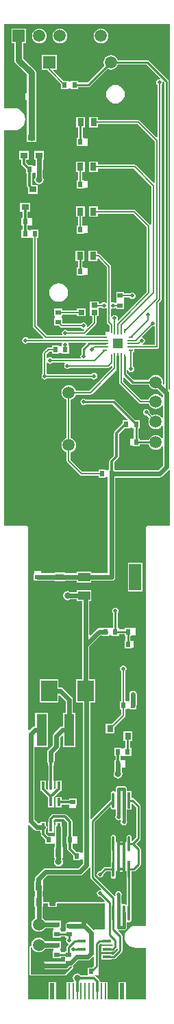
<source format=gtl>
%FSLAX25Y25*%
%MOIN*%
G70*
G01*
G75*
G04 Layer_Physical_Order=1*
G04 Layer_Color=255*
%ADD10R,0.03150X0.03543*%
%ADD11R,0.03150X0.03543*%
%ADD12R,0.03150X0.03937*%
%ADD13C,0.05906*%
%ADD14R,0.05118X0.15748*%
%ADD15R,0.03150X0.02559*%
%ADD16R,0.00787X0.02362*%
%ADD17R,0.00787X0.03150*%
%ADD18R,0.02362X0.00787*%
%ADD19R,0.03150X0.00787*%
%ADD20R,0.05118X0.05118*%
%ADD21R,0.05906X0.03937*%
%ADD22R,0.05906X0.12992*%
%ADD23R,0.01063X0.07874*%
%ADD24R,0.02362X0.07874*%
%ADD25R,0.02165X0.02559*%
%ADD26R,0.01575X0.03937*%
%ADD27R,0.02362X0.02756*%
%ADD28R,0.03937X0.01575*%
%ADD29R,0.01181X0.07874*%
%ADD30O,0.01181X0.07874*%
%ADD31R,0.02559X0.02165*%
%ADD32R,0.03543X0.03150*%
%ADD33R,0.03543X0.03150*%
%ADD34R,0.07874X0.10000*%
%ADD35R,0.02756X0.02362*%
%ADD36R,0.03937X0.03150*%
%ADD37C,0.00787*%
%ADD38C,0.01000*%
%ADD39C,0.01181*%
%ADD40C,0.02362*%
%ADD41C,0.03150*%
%ADD42C,0.01575*%
%ADD43R,0.05906X0.05906*%
%ADD44C,0.01969*%
%ADD45C,0.03150*%
G36*
X56951Y-175238D02*
X56951Y-175238D01*
X56951D01*
X57028Y-175622D01*
X57245Y-175948D01*
X66527Y-185230D01*
X66852Y-185447D01*
X66916Y-185460D01*
X67237Y-185523D01*
X71390D01*
X71715Y-186307D01*
X72283Y-187047D01*
X73023Y-187615D01*
X73885Y-187972D01*
X74810Y-188094D01*
X75735Y-187972D01*
X76597Y-187615D01*
X77337Y-187047D01*
X77720Y-186548D01*
X78194Y-186709D01*
Y-192151D01*
X77720Y-192312D01*
X77337Y-191813D01*
X76597Y-191245D01*
X75735Y-190888D01*
X74810Y-190766D01*
X73885Y-190888D01*
X73102Y-191212D01*
X71732Y-189843D01*
X71763Y-189688D01*
X71641Y-189073D01*
X71293Y-188552D01*
X70772Y-188204D01*
X70157Y-188082D01*
X69543Y-188204D01*
X69022Y-188552D01*
X68674Y-189073D01*
X68552Y-189688D01*
X68674Y-190302D01*
X69022Y-190823D01*
X69543Y-191171D01*
X70157Y-191293D01*
X70313Y-191262D01*
X71682Y-192632D01*
X71358Y-193415D01*
X71236Y-194340D01*
X71358Y-195265D01*
X71715Y-196127D01*
X72283Y-196867D01*
X73023Y-197435D01*
X73885Y-197792D01*
X74810Y-197914D01*
X75735Y-197792D01*
X76597Y-197435D01*
X77337Y-196867D01*
X77720Y-196368D01*
X78194Y-196529D01*
Y-202131D01*
X77720Y-202291D01*
X77337Y-201792D01*
X76597Y-201224D01*
X75735Y-200867D01*
X74810Y-200745D01*
X73885Y-200867D01*
X73023Y-201224D01*
X72283Y-201792D01*
X71715Y-202532D01*
X71447Y-203178D01*
X66874D01*
Y-202420D01*
X66312D01*
Y-197548D01*
X66924D01*
Y-193612D01*
X64756D01*
X55044Y-183899D01*
X54683Y-183658D01*
X54257Y-183573D01*
X54257Y-183573D01*
X40797D01*
X40781Y-183550D01*
X40260Y-183202D01*
X39646Y-183079D01*
X39031Y-183202D01*
X38510Y-183550D01*
X38162Y-184071D01*
X38040Y-184685D01*
X38162Y-185300D01*
X38510Y-185820D01*
X39031Y-186169D01*
X39646Y-186291D01*
X40260Y-186169D01*
X40781Y-185820D01*
X40797Y-185797D01*
X53797D01*
X61149Y-193150D01*
X60958Y-193612D01*
X58656D01*
Y-195192D01*
X54778Y-199070D01*
X54517Y-199460D01*
X54426Y-199921D01*
X54426Y-199921D01*
Y-210800D01*
X52501Y-212725D01*
X52240Y-213116D01*
X52148Y-213577D01*
X52148Y-213577D01*
Y-217652D01*
X51581D01*
Y-217870D01*
X50400D01*
Y-217652D01*
X46856D01*
Y-218617D01*
X39091D01*
X33455Y-212981D01*
Y-209085D01*
X34239Y-208760D01*
X34979Y-208192D01*
X35547Y-207452D01*
X35904Y-206590D01*
X36026Y-205665D01*
X35904Y-204740D01*
X35547Y-203878D01*
X34979Y-203138D01*
X34239Y-202570D01*
X33455Y-202246D01*
Y-183494D01*
X34239Y-183170D01*
X34979Y-182602D01*
X35547Y-181862D01*
X35871Y-181078D01*
X43110D01*
X43494Y-181002D01*
X43820Y-180784D01*
X55515Y-169089D01*
X55732Y-168764D01*
X55809Y-168380D01*
D01*
D01*
D01*
D01*
D01*
X55809D01*
D01*
D01*
D01*
D01*
Y-168380D01*
X55809D01*
D01*
Y-168380D01*
D01*
D01*
D01*
D01*
D01*
D01*
D01*
D01*
D01*
D01*
D01*
D01*
Y-168380D01*
D01*
X55809D01*
D01*
D01*
D01*
D01*
X55809Y-168380D01*
Y-162305D01*
X56951D01*
Y-175238D01*
D02*
G37*
G36*
X81674Y-178788D02*
X81642Y-178809D01*
X81528Y-178856D01*
X81112Y-178578D01*
Y-28819D01*
X81112Y-28819D01*
X81027Y-28393D01*
X80786Y-28033D01*
X80786Y-28033D01*
X71507Y-18754D01*
X71147Y-18513D01*
X70721Y-18428D01*
X70721Y-18428D01*
X56325D01*
X56045Y-17753D01*
X55477Y-17013D01*
X54737Y-16445D01*
X53875Y-16088D01*
X52950Y-15966D01*
X52025Y-16088D01*
X51163Y-16445D01*
X50423Y-17013D01*
X49855Y-17753D01*
X49498Y-18615D01*
X49376Y-19540D01*
X49498Y-20465D01*
X49777Y-21140D01*
X41529Y-29388D01*
X36924D01*
Y-28532D01*
X33380D01*
Y-28750D01*
X32199D01*
Y-28532D01*
X29879D01*
X24892Y-23545D01*
X25084Y-23083D01*
X26493D01*
Y-15997D01*
X19407D01*
Y-23083D01*
X21959D01*
X22023Y-23406D01*
X22240Y-23732D01*
X28656Y-30148D01*
Y-32469D01*
X32199D01*
Y-32250D01*
X33380D01*
Y-32469D01*
X36924D01*
Y-31612D01*
X41990D01*
X41990Y-31612D01*
X42415Y-31527D01*
X42776Y-31286D01*
X51350Y-22713D01*
X52025Y-22992D01*
X52950Y-23114D01*
X53875Y-22992D01*
X54737Y-22635D01*
X55477Y-22067D01*
X56045Y-21327D01*
X56325Y-20652D01*
X70261D01*
X76923Y-27314D01*
X76687Y-27755D01*
X76535Y-27725D01*
X75921Y-27847D01*
X75400Y-28195D01*
X75052Y-28716D01*
X74930Y-29331D01*
X75052Y-29945D01*
X75400Y-30466D01*
X75532Y-30554D01*
Y-55861D01*
X75070Y-56052D01*
X67008Y-47990D01*
X66682Y-47773D01*
X66298Y-47696D01*
X46650D01*
Y-46141D01*
X42320D01*
Y-51259D01*
X46650D01*
Y-49703D01*
X65882D01*
X74154Y-57975D01*
Y-77948D01*
X73692Y-78139D01*
X65198Y-69645D01*
X64872Y-69427D01*
X64488Y-69351D01*
X46515D01*
Y-67819D01*
X42184D01*
Y-72937D01*
X46515D01*
Y-71358D01*
X64073D01*
X72579Y-79865D01*
Y-98188D01*
X72440Y-98281D01*
X72117Y-98414D01*
X65136Y-91434D01*
X64811Y-91216D01*
X64427Y-91140D01*
X46510D01*
Y-89584D01*
X42179D01*
Y-94702D01*
X46510D01*
Y-93147D01*
X64011D01*
X70453Y-99589D01*
Y-131258D01*
X56502Y-145209D01*
X56115Y-144892D01*
X56289Y-144632D01*
X56411Y-144018D01*
X56289Y-143403D01*
X55941Y-142882D01*
X55420Y-142534D01*
X54805Y-142412D01*
X54191Y-142534D01*
X53670Y-142882D01*
X53451Y-143211D01*
X52972Y-143066D01*
Y-139446D01*
X53366Y-139236D01*
X53980Y-139358D01*
X54595Y-139236D01*
X55060Y-138924D01*
X55502Y-139160D01*
Y-139524D01*
X59439D01*
Y-135980D01*
X59220D01*
Y-134800D01*
X59439D01*
Y-134035D01*
X62123D01*
X62211Y-134167D01*
X62732Y-134515D01*
X63346Y-134637D01*
X63961Y-134515D01*
X64482Y-134167D01*
X64830Y-133646D01*
X64952Y-133031D01*
X64830Y-132417D01*
X64482Y-131896D01*
X63961Y-131548D01*
X63346Y-131426D01*
X62732Y-131548D01*
X62211Y-131896D01*
X62123Y-132028D01*
X59439D01*
Y-131256D01*
X55502D01*
Y-134800D01*
X55720D01*
Y-135980D01*
X55502D01*
Y-136344D01*
X55060Y-136580D01*
X54595Y-136269D01*
X53980Y-136147D01*
X53366Y-136269D01*
X52972Y-136058D01*
Y-118740D01*
X52896Y-118356D01*
X52896D01*
D01*
D01*
X52896Y-118356D01*
D01*
D01*
D01*
D01*
X52896Y-118356D01*
D01*
D01*
Y-118356D01*
D01*
X52896D01*
D01*
D01*
X52896D01*
D01*
D01*
X52678Y-118031D01*
X47640Y-112992D01*
X47314Y-112775D01*
X46930Y-112698D01*
X46415D01*
Y-111143D01*
X42085D01*
Y-116261D01*
X46415D01*
Y-115260D01*
X46877Y-115068D01*
X50965Y-119156D01*
Y-136312D01*
X50524Y-136548D01*
X50106Y-136269D01*
X49492Y-136147D01*
X48877Y-136269D01*
X48357Y-136617D01*
X48268Y-136749D01*
X47025D01*
Y-135863D01*
X42694D01*
Y-139604D01*
Y-142950D01*
X43856D01*
Y-145827D01*
X41565Y-148118D01*
X41124Y-147883D01*
X41173Y-147638D01*
X41050Y-147023D01*
X40702Y-146502D01*
X40181Y-146154D01*
X39567Y-146032D01*
X38952Y-146154D01*
X38432Y-146502D01*
X38344Y-146634D01*
X29561D01*
X29289Y-146361D01*
Y-144041D01*
X29070D01*
Y-142859D01*
X29289D01*
Y-142091D01*
X36395D01*
Y-142950D01*
X40725D01*
Y-139210D01*
X36395D01*
Y-140084D01*
X29289D01*
Y-139316D01*
X25352D01*
Y-142859D01*
X25570D01*
Y-144041D01*
X25352D01*
Y-147584D01*
X27672D01*
X28436Y-148347D01*
X28762Y-148565D01*
X29146Y-148641D01*
X38344D01*
X38432Y-148773D01*
X38952Y-149121D01*
X39567Y-149243D01*
X39812Y-149195D01*
X40047Y-149636D01*
X39427Y-150256D01*
X31932D01*
X31844Y-150124D01*
X31323Y-149776D01*
X30709Y-149654D01*
X30094Y-149776D01*
X29573Y-150124D01*
X29225Y-150645D01*
X29103Y-151260D01*
X29222Y-151860D01*
X28905Y-152247D01*
X21816D01*
X16898Y-147329D01*
Y-104969D01*
X17666D01*
Y-101031D01*
X14123D01*
Y-101250D01*
X12942D01*
Y-101031D01*
X12374D01*
Y-99019D01*
X12942D01*
Y-98800D01*
X14732D01*
Y-95300D01*
X12942D01*
Y-95082D01*
X12374D01*
Y-92077D01*
X13532D01*
Y-87746D01*
X8808D01*
Y-92077D01*
X9966D01*
Y-95082D01*
X9398D01*
Y-99019D01*
X9966D01*
Y-101031D01*
X9398D01*
Y-104969D01*
X12942D01*
Y-104750D01*
X14123D01*
Y-104969D01*
X14891D01*
Y-147745D01*
X14891Y-147745D01*
X14891D01*
X14967Y-148129D01*
X15185Y-148454D01*
X20107Y-153377D01*
X19916Y-153839D01*
X12641D01*
X12553Y-153707D01*
X12032Y-153359D01*
X11417Y-153237D01*
X10803Y-153359D01*
X10282Y-153707D01*
X9934Y-154228D01*
X9812Y-154842D01*
X9934Y-155457D01*
X10282Y-155978D01*
X10803Y-156326D01*
X11417Y-156448D01*
X12032Y-156326D01*
X12553Y-155978D01*
X12641Y-155846D01*
X29017D01*
X29225Y-156236D01*
X29103Y-156850D01*
X29150Y-157088D01*
X28951Y-157332D01*
X28951D01*
Y-157425D01*
X28848Y-157550D01*
X27770D01*
Y-157332D01*
X24226D01*
Y-158297D01*
X22511D01*
X22127Y-158373D01*
X21801Y-158590D01*
X20078Y-160314D01*
X19860Y-160640D01*
X19784Y-161024D01*
X19784Y-161024D01*
X19784D01*
X19784Y-161024D01*
X19784D01*
Y-170981D01*
X19652Y-171069D01*
X19304Y-171590D01*
X19182Y-172204D01*
X19304Y-172819D01*
X19652Y-173340D01*
X20173Y-173688D01*
X20787Y-173810D01*
X21402Y-173688D01*
X21923Y-173340D01*
X22011Y-173208D01*
X43461D01*
X43550Y-173340D01*
X44071Y-173688D01*
X44685Y-173810D01*
X45300Y-173688D01*
X45820Y-173340D01*
X46169Y-172819D01*
X46291Y-172205D01*
X46169Y-171590D01*
X45820Y-171069D01*
X45300Y-170721D01*
X44685Y-170599D01*
X44071Y-170721D01*
X43550Y-171069D01*
X43462Y-171201D01*
X22011D01*
X21923Y-171069D01*
X21791Y-170981D01*
Y-165965D01*
X22232Y-165729D01*
X22653Y-166011D01*
X23268Y-166133D01*
X23882Y-166011D01*
X24403Y-165663D01*
X24491Y-165531D01*
X30369D01*
X30676Y-165991D01*
X30328Y-166511D01*
X30205Y-167126D01*
X30328Y-167740D01*
X30676Y-168261D01*
X31197Y-168609D01*
X31811Y-168732D01*
X32425Y-168609D01*
X32946Y-168261D01*
X33035Y-168130D01*
X51811D01*
X52195Y-168053D01*
X52521Y-167836D01*
X53340Y-167016D01*
X53802Y-167208D01*
Y-167964D01*
X42695Y-179071D01*
X35871D01*
X35547Y-178288D01*
X34979Y-177548D01*
X34239Y-176980D01*
X33377Y-176623D01*
X32452Y-176501D01*
X31527Y-176623D01*
X30665Y-176980D01*
X29925Y-177548D01*
X29357Y-178288D01*
X29000Y-179150D01*
X28878Y-180075D01*
X29000Y-181000D01*
X29357Y-181862D01*
X29925Y-182602D01*
X30665Y-183170D01*
X31448Y-183494D01*
Y-202246D01*
X30665Y-202570D01*
X29925Y-203138D01*
X29357Y-203878D01*
X29000Y-204740D01*
X28878Y-205665D01*
X29000Y-206590D01*
X29357Y-207452D01*
X29925Y-208192D01*
X30665Y-208760D01*
X31448Y-209085D01*
Y-213397D01*
X31448Y-213397D01*
X31448D01*
X31525Y-213781D01*
X31742Y-214106D01*
X37966Y-220330D01*
X38291Y-220547D01*
X38355Y-220560D01*
X38675Y-220623D01*
X46856D01*
Y-221588D01*
X50400D01*
Y-221370D01*
X51429D01*
Y-268044D01*
X43462D01*
Y-267291D01*
X36375D01*
Y-268044D01*
X30709D01*
Y-267681D01*
X25591D01*
Y-268044D01*
X18980D01*
Y-266972D01*
X15680D01*
Y-268167D01*
X15460D01*
Y-271514D01*
X16641D01*
X16648Y-271519D01*
X17340Y-271656D01*
X25591D01*
Y-272012D01*
X30709D01*
Y-271656D01*
X36375D01*
Y-272409D01*
X43462D01*
Y-271656D01*
X53236D01*
X53927Y-271519D01*
X54513Y-271127D01*
X54905Y-270541D01*
X55042Y-269850D01*
Y-221588D01*
X55124D01*
Y-221426D01*
X76719D01*
X77410Y-221289D01*
X77996Y-220897D01*
X81212Y-217681D01*
X81642Y-217860D01*
X81674Y-217881D01*
Y-245060D01*
X70866D01*
X70482Y-245136D01*
X70157Y-245354D01*
X69939Y-245679D01*
X69863Y-246063D01*
Y-439548D01*
X64961D01*
Y-439521D01*
X63573Y-439704D01*
X62280Y-440239D01*
X61170Y-441091D01*
X60318Y-442202D01*
X59782Y-443495D01*
X59600Y-444882D01*
X59782Y-446270D01*
X60318Y-447563D01*
X61170Y-448673D01*
X62280Y-449525D01*
X63573Y-450060D01*
X64961Y-450243D01*
Y-450216D01*
X69863D01*
Y-475375D01*
X60210D01*
Y-466812D01*
X56666D01*
Y-475375D01*
X51410D01*
Y-466812D01*
X48673D01*
X47556Y-466589D01*
X47464Y-466128D01*
X47203Y-465737D01*
X47203Y-465737D01*
X45496Y-464030D01*
X45105Y-463769D01*
D01*
X45105D01*
Y-463769D01*
D01*
Y-463769D01*
X45110Y-463698D01*
D01*
X45110Y-463480D01*
X46900D01*
Y-459980D01*
X46900Y-459980D01*
X46900D01*
X46792Y-459778D01*
X46797Y-459772D01*
X46893Y-459627D01*
X46978Y-459202D01*
Y-448807D01*
X47633Y-448152D01*
X48363D01*
Y-448418D01*
X53481D01*
Y-448418D01*
X53613D01*
X53967Y-448771D01*
Y-449049D01*
X53613Y-449402D01*
X53481D01*
Y-449402D01*
X48363D01*
Y-452158D01*
X53481D01*
Y-451892D01*
X54023D01*
X54023Y-451892D01*
X54449Y-451807D01*
X54809Y-451566D01*
X55865Y-450511D01*
X56154Y-450704D01*
X56203Y-451201D01*
X53996Y-453408D01*
X53481D01*
Y-453142D01*
X48363D01*
Y-455898D01*
X53481D01*
Y-455632D01*
X54456D01*
X54456Y-455632D01*
X54882Y-455547D01*
X55243Y-455306D01*
X58227Y-452322D01*
X58227Y-452322D01*
X58468Y-451961D01*
X58553Y-451535D01*
X58553Y-451535D01*
Y-444488D01*
X58553Y-444488D01*
X58468Y-444063D01*
X58227Y-443702D01*
X56600Y-442075D01*
X56695Y-441602D01*
X59254D01*
X59791Y-441495D01*
X60247Y-441190D01*
X60552Y-440734D01*
X60659Y-440197D01*
D01*
D01*
D01*
D01*
D01*
X60659D01*
D01*
D01*
D01*
D01*
Y-440197D01*
X60659D01*
D01*
Y-440197D01*
D01*
D01*
D01*
D01*
D01*
D01*
D01*
D01*
D01*
D01*
D01*
D01*
Y-440197D01*
D01*
X60659D01*
D01*
D01*
D01*
D01*
X60659Y-440197D01*
Y-437742D01*
X61100Y-437506D01*
X61352Y-437675D01*
X61813Y-437766D01*
X62274Y-437675D01*
X62664Y-437414D01*
X62925Y-437023D01*
X63017Y-436562D01*
Y-429869D01*
X62925Y-429408D01*
X62925Y-429407D01*
Y-416483D01*
X62994D01*
Y-413068D01*
X63832D01*
X63832Y-413068D01*
X64257Y-412983D01*
X64618Y-412742D01*
X67164Y-410196D01*
X67405Y-409835D01*
X67490Y-409410D01*
D01*
D01*
D01*
D01*
D01*
X67490D01*
D01*
D01*
D01*
D01*
Y-409410D01*
X67490D01*
D01*
Y-409410D01*
D01*
D01*
D01*
D01*
D01*
D01*
D01*
D01*
D01*
D01*
D01*
D01*
Y-409409D01*
D01*
X67490D01*
D01*
D01*
D01*
D01*
X67490Y-409409D01*
Y-402402D01*
X67490Y-402402D01*
X67405Y-401976D01*
X67164Y-401615D01*
X65224Y-399676D01*
X67125Y-397775D01*
X67366Y-397415D01*
X67450Y-396989D01*
Y-381299D01*
X67450Y-381299D01*
X67366Y-380874D01*
X67125Y-380513D01*
X64241Y-377630D01*
X63881Y-377389D01*
X63455Y-377304D01*
X63455Y-377304D01*
X62994D01*
Y-373888D01*
X60659D01*
Y-372876D01*
X60552Y-372338D01*
X60247Y-371882D01*
X59791Y-371578D01*
X59254Y-371471D01*
X56695D01*
X56157Y-371578D01*
X55701Y-371882D01*
X55397Y-372338D01*
X55290Y-372876D01*
Y-373890D01*
X54849Y-374125D01*
X54596Y-373957D01*
X54136Y-373865D01*
X53675Y-373957D01*
X53284Y-374218D01*
X53023Y-374608D01*
X52931Y-375069D01*
Y-378048D01*
X43321Y-387658D01*
X42859Y-387467D01*
Y-330861D01*
X45188D01*
Y-319679D01*
X42466D01*
Y-303710D01*
X47910Y-298266D01*
X48586D01*
Y-298429D01*
X52129D01*
Y-298210D01*
X53311D01*
Y-298429D01*
X56854D01*
Y-297580D01*
X59496D01*
Y-298429D01*
X60148D01*
Y-300810D01*
X59587D01*
Y-304550D01*
X62933D01*
Y-304330D01*
X64128D01*
Y-301030D01*
X62933D01*
Y-300810D01*
X62372D01*
Y-298429D01*
X63039D01*
Y-298210D01*
X64830D01*
Y-294710D01*
X63039D01*
Y-294492D01*
X59496D01*
Y-295356D01*
X56854D01*
Y-294492D01*
X56194D01*
Y-287527D01*
X56214Y-287513D01*
X56562Y-286992D01*
X56684Y-286378D01*
X56562Y-285764D01*
X56214Y-285243D01*
X55693Y-284894D01*
X55079Y-284772D01*
X54464Y-284894D01*
X53943Y-285243D01*
X53595Y-285764D01*
X53473Y-286378D01*
X53595Y-286992D01*
X53943Y-287513D01*
X53970Y-287531D01*
Y-294492D01*
X53311D01*
Y-294710D01*
X52129D01*
Y-294492D01*
X48586D01*
Y-294654D01*
X47162D01*
X46471Y-294791D01*
X45885Y-295183D01*
X42928Y-298139D01*
X42466Y-297948D01*
Y-281464D01*
X43462D01*
Y-276346D01*
X36375D01*
Y-277099D01*
X33076D01*
X32727Y-276865D01*
X31882Y-276697D01*
X31037Y-276865D01*
X30321Y-277344D01*
X29843Y-278060D01*
X29675Y-278905D01*
X29843Y-279750D01*
X30321Y-280466D01*
X31037Y-280945D01*
X31882Y-281113D01*
X32727Y-280945D01*
X33076Y-280712D01*
X36375D01*
Y-281464D01*
X38854D01*
Y-302962D01*
Y-319679D01*
X36132D01*
Y-330861D01*
X39246D01*
Y-403750D01*
X38100D01*
Y-403532D01*
X36062D01*
X34212Y-401681D01*
Y-399698D01*
X34780D01*
Y-399480D01*
X36570D01*
Y-395980D01*
X34780D01*
Y-395761D01*
X34212D01*
Y-388795D01*
X34212Y-388795D01*
X34120Y-388334D01*
X33859Y-387944D01*
X33859Y-387944D01*
X31442Y-385526D01*
X31051Y-385265D01*
X30591Y-385174D01*
X30591Y-385174D01*
X25001D01*
X24540Y-385265D01*
X24384Y-385370D01*
X24149Y-385526D01*
X24149Y-385526D01*
X22929Y-386747D01*
X22667Y-387138D01*
X22576Y-387599D01*
X22576Y-387599D01*
Y-388983D01*
X22402D01*
Y-394101D01*
X25158D01*
Y-388983D01*
X24984D01*
Y-388098D01*
X25500Y-387582D01*
X30092D01*
X31804Y-389294D01*
Y-395761D01*
X31236D01*
Y-399698D01*
X31804D01*
Y-402180D01*
X31804Y-402180D01*
X31895Y-402641D01*
X32156Y-403031D01*
X34556Y-405431D01*
Y-407469D01*
X38100D01*
Y-407250D01*
X39246D01*
Y-409302D01*
X37126Y-411422D01*
X21181D01*
X20490Y-411559D01*
X19904Y-411951D01*
X16506Y-415349D01*
X16115Y-415935D01*
X15977Y-416626D01*
Y-417571D01*
X15618D01*
Y-422689D01*
X16057D01*
Y-425181D01*
X15698D01*
Y-430299D01*
X16084D01*
Y-435700D01*
X15363Y-436253D01*
X14795Y-436993D01*
X14438Y-437855D01*
X14316Y-438780D01*
X14438Y-439705D01*
X14795Y-440567D01*
X15363Y-441307D01*
X16103Y-441875D01*
X16965Y-442232D01*
X17890Y-442354D01*
X18815Y-442232D01*
X19677Y-441875D01*
X20417Y-441307D01*
X20970Y-440586D01*
X24850D01*
Y-441733D01*
X24632D01*
Y-445276D01*
X28569D01*
Y-444616D01*
X30780D01*
Y-445144D01*
X31209D01*
X31445Y-445584D01*
X31194Y-445960D01*
X31071Y-446575D01*
X31194Y-447189D01*
X31542Y-447710D01*
X32063Y-448058D01*
X32067Y-448059D01*
X32213Y-448538D01*
X31646Y-449104D01*
X31405Y-449465D01*
X31321Y-449890D01*
X31321Y-449890D01*
Y-451847D01*
X30580D01*
Y-452390D01*
X28569D01*
Y-451731D01*
X28350D01*
Y-450549D01*
X28569D01*
Y-447006D01*
X26761D01*
X26598Y-446974D01*
X20970D01*
X20417Y-446253D01*
X19677Y-445685D01*
X18815Y-445328D01*
X17890Y-445206D01*
X16965Y-445328D01*
X16103Y-445685D01*
X15363Y-446253D01*
X14795Y-446993D01*
X14438Y-447855D01*
X14316Y-448780D01*
X14362Y-449129D01*
X14342Y-449148D01*
X13852Y-449245D01*
X13697Y-449349D01*
X13524Y-449420D01*
X13499Y-449481D01*
X13445Y-449517D01*
X13408Y-449700D01*
X13337Y-449872D01*
Y-463071D01*
X13524Y-463523D01*
X13976Y-463710D01*
X30630D01*
X31082Y-463523D01*
X34543Y-460062D01*
X34603Y-459916D01*
X34703Y-459795D01*
X34693Y-459699D01*
X34730Y-459610D01*
X34670Y-459465D01*
X34655Y-459308D01*
X34430Y-458887D01*
X34658Y-458734D01*
X37066Y-456326D01*
X41582D01*
X42274Y-456189D01*
X42860Y-455797D01*
X44292Y-454365D01*
X44754Y-454556D01*
Y-458741D01*
X43734Y-459761D01*
X41566D01*
Y-463678D01*
X38360D01*
X38122Y-463321D01*
X37406Y-462842D01*
X36561Y-462674D01*
X35716Y-462842D01*
X35000Y-463321D01*
X34521Y-464037D01*
X34353Y-464882D01*
X34521Y-465727D01*
X34952Y-466371D01*
X34716Y-466812D01*
X31450D01*
Y-475375D01*
X26194D01*
Y-466812D01*
X22650D01*
Y-475375D01*
X12815D01*
Y-390721D01*
X13276Y-390530D01*
X15566Y-392820D01*
X16152Y-393211D01*
X16844Y-393349D01*
X18662D01*
Y-394101D01*
X18836D01*
Y-394992D01*
X18836Y-394992D01*
X18927Y-395453D01*
X19188Y-395844D01*
X20996Y-397651D01*
Y-399689D01*
X24539D01*
Y-399470D01*
X25674D01*
Y-401371D01*
X25311D01*
Y-406489D01*
X25674D01*
Y-407192D01*
X25441Y-407541D01*
X25273Y-408386D01*
X25441Y-409231D01*
X25919Y-409947D01*
X26635Y-410426D01*
X27480Y-410594D01*
X28325Y-410426D01*
X29041Y-409947D01*
X29520Y-409231D01*
X29688Y-408386D01*
X29520Y-407541D01*
X29287Y-407192D01*
Y-406489D01*
X29642D01*
Y-401371D01*
X29287D01*
Y-391582D01*
X29149Y-390891D01*
X28898Y-390515D01*
Y-388983D01*
X26142D01*
Y-390396D01*
X25811Y-390891D01*
X25674Y-391582D01*
Y-395970D01*
X24539D01*
Y-395752D01*
X22502D01*
X21244Y-394493D01*
Y-394101D01*
X21418D01*
Y-392669D01*
X21709Y-392234D01*
X21846Y-391542D01*
X21709Y-390851D01*
X21418Y-390416D01*
Y-388983D01*
X18662D01*
Y-389736D01*
X17592D01*
X15783Y-387927D01*
Y-352688D01*
X16109D01*
Y-352688D01*
X22408D01*
Y-335758D01*
X16109D01*
Y-342417D01*
X15946D01*
X15255Y-342554D01*
X14669Y-342946D01*
X13276Y-344338D01*
X12815Y-344147D01*
Y-246063D01*
X12738Y-245679D01*
X12521Y-245354D01*
X12195Y-245136D01*
X11811Y-245060D01*
X1003D01*
Y-52578D01*
X5906D01*
Y-52605D01*
X7293Y-52422D01*
X8586Y-51887D01*
X9696Y-51035D01*
X10548Y-49924D01*
X11084Y-48632D01*
X11266Y-47244D01*
X11084Y-45857D01*
X10548Y-44564D01*
X9696Y-43453D01*
X8586Y-42601D01*
X7293Y-42066D01*
X5906Y-41883D01*
Y-41910D01*
X1003D01*
Y-1003D01*
X81674D01*
Y-178788D01*
D02*
G37*
G36*
X40860Y-156308D02*
X38859Y-158308D01*
X38618Y-158669D01*
X38534Y-159095D01*
X38534Y-159095D01*
Y-161408D01*
X38510Y-161424D01*
X38162Y-161945D01*
X38040Y-162559D01*
X38155Y-163137D01*
X37838Y-163524D01*
X24491D01*
X24403Y-163392D01*
X23882Y-163044D01*
X23268Y-162922D01*
X22653Y-163044D01*
X22232Y-163326D01*
X21791Y-163090D01*
Y-161439D01*
X22927Y-160303D01*
X24226D01*
Y-161268D01*
X27770D01*
Y-161050D01*
X28951D01*
Y-161268D01*
X32494D01*
Y-157332D01*
X32494D01*
X32272Y-157061D01*
X32314Y-156850D01*
X32192Y-156236D01*
X32400Y-155846D01*
X40668D01*
X40860Y-156308D01*
D02*
G37*
G36*
X48357Y-138888D02*
X48877Y-139236D01*
X49492Y-139358D01*
X50106Y-139236D01*
X50524Y-138957D01*
X50965Y-139192D01*
Y-146024D01*
X51041Y-146408D01*
X51259Y-146733D01*
X52227Y-147701D01*
Y-150101D01*
X52228Y-150108D01*
X51911Y-150495D01*
X50475D01*
Y-151931D01*
X50088Y-152248D01*
X50081Y-152247D01*
X40928D01*
X40737Y-151785D01*
X45569Y-146953D01*
X45786Y-146627D01*
X45863Y-146243D01*
D01*
D01*
D01*
D01*
D01*
X45863D01*
D01*
D01*
D01*
D01*
Y-146243D01*
X45863D01*
D01*
Y-146243D01*
D01*
D01*
D01*
D01*
D01*
D01*
D01*
D01*
D01*
D01*
D01*
D01*
Y-146243D01*
D01*
X45863D01*
D01*
D01*
D01*
D01*
X45863Y-146243D01*
Y-142950D01*
X47025D01*
Y-139604D01*
Y-138756D01*
X48268D01*
X48357Y-138888D01*
D02*
G37*
G36*
X74412Y-148064D02*
Y-156971D01*
X68230D01*
X68181Y-156474D01*
X68528Y-156405D01*
X69049Y-156057D01*
X69397Y-155536D01*
X69519Y-154921D01*
X69397Y-154307D01*
X69049Y-153786D01*
X68528Y-153438D01*
X67913Y-153316D01*
X67856Y-153209D01*
X73033Y-148031D01*
X73189Y-148062D01*
X73803Y-147940D01*
X73971Y-147828D01*
X74412Y-148064D01*
D02*
G37*
G36*
X62718Y-175926D02*
X63079Y-176167D01*
X63504Y-176252D01*
X63504Y-176252D01*
X71435D01*
X71715Y-176927D01*
X72283Y-177667D01*
X73023Y-178235D01*
X73885Y-178592D01*
X74810Y-178714D01*
X75711Y-178595D01*
X78194Y-181078D01*
Y-182331D01*
X77720Y-182492D01*
X77337Y-181993D01*
X76597Y-181425D01*
X75735Y-181068D01*
X74810Y-180946D01*
X73885Y-181068D01*
X73023Y-181425D01*
X72283Y-181993D01*
X71715Y-182733D01*
X71390Y-183517D01*
X67652D01*
X58958Y-174823D01*
Y-172820D01*
X59420Y-172628D01*
X62718Y-175926D01*
D02*
G37*
G36*
X50000Y-428543D02*
Y-441102D01*
X45039D01*
X44961Y-441024D01*
Y-441398D01*
X44499Y-441590D01*
X41165Y-438256D01*
X40579Y-437864D01*
X39888Y-437727D01*
X32650D01*
X31959Y-437864D01*
X31373Y-438256D01*
X30981Y-438842D01*
X30844Y-439533D01*
X30981Y-440225D01*
X31104Y-440408D01*
X31000Y-440602D01*
X31000D01*
X31000Y-440602D01*
Y-441797D01*
X30780D01*
Y-442392D01*
X28569D01*
Y-441733D01*
X28350D01*
Y-440552D01*
X28569D01*
Y-437008D01*
X26774D01*
X26600Y-436974D01*
X20970D01*
X20417Y-436253D01*
X19696Y-435700D01*
Y-430299D01*
X20029D01*
Y-428504D01*
X22391D01*
Y-430299D01*
X26722D01*
Y-428504D01*
X50000D01*
Y-428543D01*
D02*
G37*
G36*
X14795Y-450567D02*
X15363Y-451307D01*
X16103Y-451875D01*
X16965Y-452232D01*
X17890Y-452354D01*
X18815Y-452232D01*
X19677Y-451875D01*
X20417Y-451307D01*
X20970Y-450586D01*
X24850D01*
Y-451731D01*
X24632D01*
Y-455274D01*
X28569D01*
Y-454614D01*
X30580D01*
Y-455193D01*
X30800D01*
Y-456388D01*
X30800Y-456388D01*
X30800D01*
X30848Y-456504D01*
X30378Y-456974D01*
X17890D01*
X17199Y-457111D01*
X16613Y-457503D01*
X16221Y-458089D01*
X16084Y-458780D01*
X16221Y-459471D01*
X16613Y-460057D01*
X17199Y-460449D01*
X17890Y-460586D01*
X31127D01*
X31818Y-460449D01*
X32404Y-460057D01*
X33198Y-459263D01*
X33381D01*
X33856Y-459169D01*
X34091Y-459610D01*
X30630Y-463071D01*
X13976D01*
Y-449872D01*
X14467Y-449775D01*
X14795Y-450567D01*
D02*
G37*
G36*
X42876Y-411371D02*
Y-415838D01*
X42876Y-415838D01*
X42961Y-416264D01*
X43202Y-416625D01*
X48212Y-421635D01*
X47976Y-422076D01*
X47677Y-422016D01*
X47063Y-422139D01*
X46542Y-422487D01*
X46194Y-423008D01*
X46071Y-423622D01*
X46194Y-424236D01*
X46542Y-424757D01*
X47063Y-425105D01*
X47677Y-425228D01*
X47705Y-425222D01*
X49885Y-427403D01*
X49694Y-427865D01*
X26722D01*
X26270Y-428052D01*
X26083Y-428504D01*
Y-429660D01*
X23030D01*
Y-428504D01*
X22843Y-428052D01*
X22391Y-427865D01*
X20029D01*
Y-425181D01*
X19670D01*
Y-422689D01*
X19949D01*
Y-417571D01*
X19949D01*
X19949Y-417015D01*
X21929Y-415035D01*
X37874D01*
X38565Y-414897D01*
X39151Y-414506D01*
X42329Y-411328D01*
X42398Y-411225D01*
X42876Y-411371D01*
D02*
G37*
G36*
X63381Y-197548D02*
X64088D01*
Y-202420D01*
X63527D01*
Y-202640D01*
X62332D01*
Y-205940D01*
X63527D01*
Y-206160D01*
X66874D01*
Y-205402D01*
X71423D01*
X71715Y-206106D01*
X72283Y-206846D01*
X73023Y-207414D01*
X73885Y-207771D01*
X74810Y-207893D01*
X75735Y-207771D01*
X76597Y-207414D01*
X77337Y-206846D01*
X77720Y-206347D01*
X78194Y-206508D01*
Y-215590D01*
X75970Y-217814D01*
X55124D01*
Y-217652D01*
X54556D01*
Y-214076D01*
X56481Y-212151D01*
X56481Y-212151D01*
X56743Y-211760D01*
X56834Y-211299D01*
Y-200420D01*
X59706Y-197548D01*
X62199D01*
Y-197330D01*
X63381D01*
Y-197548D01*
D02*
G37*
G36*
X65227Y-381760D02*
Y-396529D01*
X63479Y-398276D01*
X63017Y-398085D01*
Y-396329D01*
X62925Y-395868D01*
X62664Y-395478D01*
X62274Y-395217D01*
X61813Y-395125D01*
X61352Y-395217D01*
X60961Y-395478D01*
X60700Y-395868D01*
X60609Y-396329D01*
Y-398716D01*
X60130Y-398861D01*
X60105Y-398824D01*
X59715Y-398563D01*
X59254Y-398471D01*
X56695D01*
X56234Y-398563D01*
X55843Y-398824D01*
X55818Y-398861D01*
X55340Y-398716D01*
Y-396329D01*
X55248Y-395868D01*
X54987Y-395478D01*
X54596Y-395217D01*
X54136Y-395125D01*
X53675Y-395217D01*
X53284Y-395478D01*
X53023Y-395868D01*
X52931Y-396329D01*
Y-403022D01*
X53023Y-403483D01*
X53024Y-403484D01*
Y-408148D01*
X53023Y-408148D01*
X52931Y-408609D01*
Y-410844D01*
X50131D01*
X50131Y-410844D01*
X49705Y-410928D01*
X49345Y-411170D01*
X49345Y-411170D01*
X47705Y-412809D01*
X47677Y-412804D01*
X47063Y-412926D01*
X46542Y-413274D01*
X46194Y-413795D01*
X46071Y-414409D01*
X46194Y-415024D01*
X46542Y-415545D01*
X47063Y-415893D01*
X47677Y-416015D01*
X48292Y-415893D01*
X48812Y-415545D01*
X49161Y-415024D01*
X49283Y-414409D01*
X49277Y-414382D01*
X50591Y-413068D01*
X52931D01*
Y-415302D01*
X53023Y-415763D01*
X53284Y-416154D01*
X53675Y-416415D01*
X54136Y-416506D01*
X54596Y-416415D01*
X54987Y-416154D01*
X55248Y-415763D01*
X55340Y-415302D01*
Y-412915D01*
X55818Y-412770D01*
X55843Y-412807D01*
X56234Y-413068D01*
X56695Y-413160D01*
X59254D01*
X59715Y-413068D01*
X60105Y-412807D01*
X60153Y-412736D01*
X60632Y-412881D01*
Y-416483D01*
X60701D01*
Y-429048D01*
X60222Y-429193D01*
X60105Y-429018D01*
X59715Y-428757D01*
X59254Y-428665D01*
X58793Y-428757D01*
X58540Y-428925D01*
X58100Y-428689D01*
Y-424844D01*
X58137Y-424788D01*
X58259Y-424173D01*
X58137Y-423559D01*
X57789Y-423038D01*
X57268Y-422690D01*
X56653Y-422568D01*
X56039Y-422690D01*
X55518Y-423038D01*
X55170Y-423559D01*
X55048Y-424173D01*
X55166Y-424767D01*
X54793Y-424967D01*
X54689D01*
X45100Y-415378D01*
Y-389024D01*
X52462Y-381662D01*
X52940Y-381807D01*
X53023Y-382223D01*
X53284Y-382614D01*
X53675Y-382875D01*
X54136Y-382966D01*
X54596Y-382875D01*
X54847Y-382707D01*
X55288Y-382943D01*
Y-385843D01*
X55209Y-385960D01*
X55087Y-386575D01*
X55209Y-387189D01*
X55558Y-387710D01*
X56078Y-388058D01*
X56693Y-388180D01*
X57307Y-388058D01*
X57408Y-387991D01*
X57849Y-388227D01*
D01*
X57770Y-388439D01*
Y-388439D01*
X57648Y-389053D01*
X57770Y-389668D01*
X58118Y-390189D01*
X58639Y-390537D01*
X59254Y-390659D01*
X59868Y-390537D01*
X60389Y-390189D01*
X60737Y-389668D01*
X60859Y-389053D01*
X60737Y-388439D01*
X60659Y-388321D01*
Y-382943D01*
X62994D01*
Y-380181D01*
X63456Y-379990D01*
X65227Y-381760D01*
D02*
G37*
G36*
X78888Y-29280D02*
Y-176010D01*
X78696Y-176090D01*
X78299Y-175786D01*
X78384Y-175140D01*
X78262Y-174215D01*
X77905Y-173353D01*
X77337Y-172613D01*
X76597Y-172045D01*
X75735Y-171688D01*
X74810Y-171566D01*
X73885Y-171688D01*
X73023Y-172045D01*
X72283Y-172613D01*
X71715Y-173353D01*
X71435Y-174028D01*
X63965D01*
X60657Y-170721D01*
Y-169129D01*
X61155Y-169080D01*
X61194Y-169276D01*
X61542Y-169797D01*
X62063Y-170145D01*
X62677Y-170267D01*
X63292Y-170145D01*
X63813Y-169797D01*
X64161Y-169276D01*
X64283Y-168661D01*
X64161Y-168047D01*
X63813Y-167526D01*
X63683Y-167439D01*
Y-160534D01*
X64451D01*
Y-158978D01*
X75416D01*
X75800Y-158902D01*
X76125Y-158684D01*
X76343Y-158359D01*
X76419Y-157975D01*
Y-136579D01*
X77245Y-135753D01*
X77463Y-135428D01*
X77539Y-135044D01*
D01*
D01*
D01*
D01*
D01*
X77539D01*
D01*
D01*
D01*
D01*
Y-135044D01*
X77539D01*
D01*
Y-135044D01*
D01*
D01*
D01*
D01*
D01*
D01*
D01*
D01*
D01*
D01*
D01*
D01*
Y-135044D01*
D01*
X77539D01*
D01*
D01*
D01*
D01*
X77539Y-135044D01*
Y-30554D01*
X77671Y-30466D01*
X78019Y-29945D01*
X78141Y-29331D01*
X78111Y-29179D01*
X78552Y-28943D01*
X78888Y-29280D01*
D02*
G37*
%LPC*%
G36*
X63357Y-344928D02*
X59026D01*
Y-349652D01*
X59990D01*
Y-353051D01*
X59331D01*
Y-353270D01*
X58149D01*
Y-353051D01*
X54606D01*
Y-356989D01*
X55174D01*
Y-358741D01*
X54696D01*
Y-360231D01*
X54611Y-360660D01*
Y-364436D01*
X54378Y-364785D01*
X54210Y-365630D01*
X54378Y-366475D01*
X54856Y-367191D01*
X55572Y-367670D01*
X56417Y-367838D01*
X57262Y-367670D01*
X57978Y-367191D01*
X58457Y-366475D01*
X58625Y-365630D01*
X58457Y-364785D01*
X58224Y-364436D01*
Y-362679D01*
X58239D01*
Y-362460D01*
X60030D01*
Y-358960D01*
X58239D01*
Y-358741D01*
X57582D01*
Y-356989D01*
X58149D01*
Y-356770D01*
X59331D01*
Y-356989D01*
X62874D01*
Y-353051D01*
X62214D01*
Y-349652D01*
X63357D01*
Y-344928D01*
D02*
G37*
G36*
X28898Y-376779D02*
X26142D01*
Y-381897D01*
X28898D01*
Y-380542D01*
X32570D01*
Y-381016D01*
X32790D01*
Y-382212D01*
X32840Y-382162D01*
X36090D01*
Y-381016D01*
X36310D01*
Y-377670D01*
X32570D01*
Y-378133D01*
X28898D01*
Y-376779D01*
D02*
G37*
G36*
X58958Y-312822D02*
X58343Y-312945D01*
X57822Y-313293D01*
X57474Y-313814D01*
X57352Y-314428D01*
X57474Y-315042D01*
X57822Y-315563D01*
X57954Y-315651D01*
Y-330161D01*
X57186D01*
Y-334099D01*
X57954D01*
Y-336706D01*
X53473Y-341188D01*
X50365D01*
Y-345912D01*
X54695D01*
Y-342804D01*
X59667Y-337832D01*
X59885Y-337506D01*
X59898Y-337442D01*
X59961Y-337122D01*
Y-334099D01*
X60729D01*
Y-333880D01*
X61911D01*
Y-334099D01*
X65454D01*
Y-332305D01*
X65489Y-332130D01*
Y-326989D01*
X65351Y-326298D01*
X64960Y-325712D01*
X64939Y-325691D01*
X64353Y-325300D01*
X63661Y-325162D01*
X62970Y-325300D01*
X62384Y-325691D01*
X61993Y-326277D01*
X61855Y-326969D01*
X61876Y-327073D01*
Y-330380D01*
X60729D01*
Y-330161D01*
X59961D01*
Y-315651D01*
X60093Y-315563D01*
X60441Y-315042D01*
X60563Y-314428D01*
X60441Y-313814D01*
X60093Y-313293D01*
X59572Y-312945D01*
X58958Y-312822D01*
D02*
G37*
G36*
X27471Y-319679D02*
X18416D01*
Y-330861D01*
X27471D01*
Y-327687D01*
X27933Y-327495D01*
X30838Y-330400D01*
Y-335758D01*
X29495D01*
Y-342417D01*
X29341D01*
X28650Y-342554D01*
X28064Y-342946D01*
X25179Y-345830D01*
X24788Y-346416D01*
X24650Y-347107D01*
Y-351497D01*
X22503Y-353644D01*
X22111Y-354230D01*
X21974Y-354922D01*
Y-359158D01*
X22111Y-359849D01*
X22402Y-360284D01*
Y-361717D01*
X22576D01*
Y-368803D01*
X22402D01*
Y-372920D01*
X21940Y-373111D01*
X21418Y-372589D01*
Y-368803D01*
X18662D01*
Y-373921D01*
X19344D01*
X22402Y-376979D01*
Y-381897D01*
X25158D01*
Y-376979D01*
X28216Y-373921D01*
X28898D01*
Y-368803D01*
X26142D01*
Y-372589D01*
X25620Y-373111D01*
X25158Y-372920D01*
Y-368803D01*
X24984D01*
Y-361717D01*
X25158D01*
Y-360284D01*
X25449Y-359849D01*
X25586Y-359158D01*
Y-355670D01*
X27734Y-353522D01*
X28126Y-352936D01*
X28263Y-352245D01*
Y-347856D01*
X29033Y-347086D01*
X29495Y-347277D01*
Y-352688D01*
X35794D01*
Y-335758D01*
X34451D01*
Y-329652D01*
X34313Y-328961D01*
X33922Y-328375D01*
X29539Y-323993D01*
X28953Y-323601D01*
X28262Y-323464D01*
X27471D01*
Y-319679D01*
D02*
G37*
G36*
X28110Y-3126D02*
X27185Y-3248D01*
X26323Y-3605D01*
X25583Y-4173D01*
X25015Y-4913D01*
X24658Y-5775D01*
X24536Y-6700D01*
X24658Y-7625D01*
X25015Y-8487D01*
X25583Y-9227D01*
X26323Y-9795D01*
X27185Y-10152D01*
X28110Y-10274D01*
X29035Y-10152D01*
X29897Y-9795D01*
X30637Y-9227D01*
X31205Y-8487D01*
X31562Y-7625D01*
X31684Y-6700D01*
X31562Y-5775D01*
X31205Y-4913D01*
X30637Y-4173D01*
X29897Y-3605D01*
X29035Y-3248D01*
X28110Y-3126D01*
D02*
G37*
G36*
X48110D02*
X47185Y-3248D01*
X46323Y-3605D01*
X45583Y-4173D01*
X45015Y-4913D01*
X44658Y-5775D01*
X44536Y-6700D01*
X44658Y-7625D01*
X45015Y-8487D01*
X45583Y-9227D01*
X46323Y-9795D01*
X47185Y-10152D01*
X48110Y-10274D01*
X49035Y-10152D01*
X49897Y-9795D01*
X50637Y-9227D01*
X51205Y-8487D01*
X51562Y-7625D01*
X51684Y-6700D01*
X51562Y-5775D01*
X51205Y-4913D01*
X50637Y-4173D01*
X49897Y-3605D01*
X49035Y-3248D01*
X48110Y-3126D01*
D02*
G37*
G36*
X55118Y-30473D02*
X53936Y-30628D01*
X52835Y-31085D01*
X51889Y-31810D01*
X51163Y-32756D01*
X50707Y-33858D01*
X50551Y-35039D01*
X50707Y-36221D01*
X51163Y-37323D01*
X51889Y-38269D01*
X52835Y-38994D01*
X53936Y-39450D01*
X55118Y-39606D01*
X56300Y-39450D01*
X57402Y-38994D01*
X58347Y-38269D01*
X59073Y-37323D01*
X59529Y-36221D01*
X59685Y-35039D01*
X59529Y-33858D01*
X59073Y-32756D01*
X58347Y-31810D01*
X57402Y-31085D01*
X56300Y-30628D01*
X55118Y-30473D01*
D02*
G37*
G36*
X18110Y-3126D02*
X17185Y-3248D01*
X16323Y-3605D01*
X15583Y-4173D01*
X15015Y-4913D01*
X14658Y-5775D01*
X14536Y-6700D01*
X14658Y-7625D01*
X15015Y-8487D01*
X15583Y-9227D01*
X16323Y-9795D01*
X17185Y-10152D01*
X18110Y-10274D01*
X19035Y-10152D01*
X19897Y-9795D01*
X20637Y-9227D01*
X21205Y-8487D01*
X21562Y-7625D01*
X21684Y-6700D01*
X21562Y-5775D01*
X21205Y-4913D01*
X20637Y-4173D01*
X19897Y-3605D01*
X19035Y-3248D01*
X18110Y-3126D01*
D02*
G37*
G36*
X40211Y-89584D02*
X35880D01*
Y-94702D01*
X37042D01*
Y-98831D01*
X36326D01*
Y-102769D01*
X39869D01*
Y-102550D01*
X41660D01*
Y-99050D01*
X39869D01*
Y-98831D01*
X39049D01*
Y-94702D01*
X40211D01*
Y-89584D01*
D02*
G37*
G36*
X40216Y-67819D02*
X35885D01*
Y-72937D01*
X37047D01*
Y-76891D01*
X36286D01*
Y-80828D01*
X39829D01*
Y-80610D01*
X41620D01*
Y-77110D01*
X39829D01*
Y-76891D01*
X39054D01*
Y-72937D01*
X40216D01*
Y-67819D01*
D02*
G37*
G36*
X27559Y-126929D02*
X26377Y-127085D01*
X25276Y-127541D01*
X24330Y-128267D01*
X23604Y-129213D01*
X23148Y-130314D01*
X22992Y-131496D01*
X23148Y-132678D01*
X23604Y-133779D01*
X24330Y-134725D01*
X25276Y-135451D01*
X26377Y-135907D01*
X27559Y-136063D01*
X28741Y-135907D01*
X29842Y-135451D01*
X30788Y-134725D01*
X31514Y-133779D01*
X31970Y-132678D01*
X32126Y-131496D01*
X31970Y-130314D01*
X31514Y-129213D01*
X30788Y-128267D01*
X29842Y-127541D01*
X28741Y-127085D01*
X27559Y-126929D01*
D02*
G37*
G36*
X40116Y-111143D02*
X35785D01*
Y-116261D01*
X36839D01*
Y-119291D01*
X36286D01*
Y-123229D01*
X39829D01*
Y-123010D01*
X41620D01*
Y-119510D01*
X39829D01*
Y-119291D01*
X39063D01*
Y-116261D01*
X40116D01*
Y-111143D01*
D02*
G37*
G36*
X11653Y-3157D02*
X4567D01*
Y-10243D01*
X5902D01*
Y-18464D01*
X6070Y-19309D01*
X6549Y-20026D01*
X6549Y-20026D01*
X6549Y-20026D01*
X12102Y-25579D01*
Y-34670D01*
X11452D01*
Y-37970D01*
X12102D01*
Y-53985D01*
X11948D01*
Y-58315D01*
X14097D01*
X14310Y-58358D01*
X14523Y-58315D01*
X16672D01*
Y-53985D01*
X16518D01*
Y-24664D01*
X16350Y-23820D01*
X15871Y-23103D01*
Y-23103D01*
X15871Y-23103D01*
X15871Y-23103D01*
D01*
D01*
D01*
X15871Y-23103D01*
D01*
X10318Y-17550D01*
Y-10243D01*
X11653D01*
Y-3157D01*
D02*
G37*
G36*
X68265Y-262763D02*
X61178D01*
Y-276937D01*
X68265D01*
Y-262763D01*
D02*
G37*
G36*
X20412Y-62646D02*
X15688D01*
Y-66977D01*
X16236D01*
Y-69900D01*
X15089D01*
Y-69682D01*
X13052D01*
X11774Y-68403D01*
Y-66977D01*
X12932D01*
Y-62646D01*
X8208D01*
Y-66977D01*
X9366D01*
Y-68902D01*
X9366Y-68902D01*
X9457Y-69363D01*
X9718Y-69754D01*
X11546Y-71581D01*
Y-73619D01*
X12114D01*
Y-79658D01*
X12113Y-79658D01*
X12205Y-80119D01*
X12466Y-80509D01*
X12548Y-80591D01*
Y-83415D01*
X17272D01*
Y-79085D01*
X14522D01*
Y-73619D01*
X15089D01*
Y-73400D01*
X16186D01*
Y-75420D01*
X15952Y-75769D01*
X15784Y-76614D01*
X15952Y-77459D01*
X16431Y-78175D01*
X17147Y-78654D01*
X17992Y-78822D01*
X18837Y-78654D01*
X19553Y-78175D01*
X20032Y-77459D01*
X20200Y-76614D01*
X20032Y-75769D01*
X19798Y-75420D01*
Y-73619D01*
X19814D01*
Y-71825D01*
X19849Y-71650D01*
Y-66977D01*
X20412D01*
Y-62646D01*
D02*
G37*
G36*
X40351Y-46141D02*
X36021D01*
Y-51259D01*
X37036D01*
Y-56381D01*
X36376D01*
Y-60318D01*
X39919D01*
Y-60100D01*
X41710D01*
Y-56600D01*
X39919D01*
Y-56381D01*
X39260D01*
Y-51259D01*
X40351D01*
Y-46141D01*
D02*
G37*
%LPD*%
D10*
X61191Y-347290D02*
D03*
X52530Y-343550D02*
D03*
D11*
X61191Y-339810D02*
D03*
D12*
X17784Y-420130D02*
D03*
X24476D02*
D03*
X14346Y-29240D02*
D03*
X7654D02*
D03*
X38186Y-48700D02*
D03*
X44485D02*
D03*
X38050Y-70378D02*
D03*
X44350D02*
D03*
X38045Y-92143D02*
D03*
X44345D02*
D03*
X37951Y-113702D02*
D03*
X44250D02*
D03*
X20784Y-403930D02*
D03*
X27477D02*
D03*
X17864Y-427740D02*
D03*
X24556D02*
D03*
D13*
X74810Y-194340D02*
D03*
Y-175140D02*
D03*
Y-214052D02*
D03*
Y-184520D02*
D03*
Y-204319D02*
D03*
X50168Y-180075D02*
D03*
X32452D02*
D03*
X50168Y-205665D02*
D03*
X32452D02*
D03*
X52950Y-19540D02*
D03*
X42950D02*
D03*
X32950D02*
D03*
X48110Y-6700D02*
D03*
X38110D02*
D03*
X28110D02*
D03*
X18110D02*
D03*
X17890Y-458780D02*
D03*
Y-448780D02*
D03*
Y-438780D02*
D03*
D14*
X32644Y-344223D02*
D03*
X19259D02*
D03*
D15*
X38560Y-141080D02*
D03*
X44859D02*
D03*
X38560Y-137733D02*
D03*
X44859D02*
D03*
D16*
X53230Y-162699D02*
D03*
X59530D02*
D03*
Y-150101D02*
D03*
X53230D02*
D03*
D17*
X54805Y-162305D02*
D03*
X56380D02*
D03*
X57955D02*
D03*
Y-150495D02*
D03*
X56380D02*
D03*
X54805D02*
D03*
D18*
X62679Y-159550D02*
D03*
Y-153250D02*
D03*
X50081D02*
D03*
Y-159550D02*
D03*
D19*
X62286Y-157975D02*
D03*
Y-156400D02*
D03*
Y-154825D02*
D03*
X50475D02*
D03*
Y-156400D02*
D03*
Y-157975D02*
D03*
D20*
X56380Y-156400D02*
D03*
D21*
X39918Y-260795D02*
D03*
Y-269850D02*
D03*
Y-278905D02*
D03*
D22*
X64722Y-269850D02*
D03*
D23*
X42414Y-471340D02*
D03*
X30603D02*
D03*
X32572D02*
D03*
X34540D02*
D03*
X36509D02*
D03*
X38477D02*
D03*
X40446D02*
D03*
X44383D02*
D03*
X46351D02*
D03*
X48320D02*
D03*
X50288D02*
D03*
X52257D02*
D03*
D24*
X24422D02*
D03*
X58438D02*
D03*
D25*
X14320Y-36320D02*
D03*
X10383D02*
D03*
X61260Y-302680D02*
D03*
X65197D02*
D03*
X65200Y-204290D02*
D03*
X61263D02*
D03*
D26*
X20040Y-379338D02*
D03*
X27520D02*
D03*
X23780D02*
D03*
Y-391542D02*
D03*
X27520D02*
D03*
X20040D02*
D03*
X27520Y-371362D02*
D03*
X20040D02*
D03*
X23780D02*
D03*
Y-359158D02*
D03*
X20040D02*
D03*
X27520D02*
D03*
D27*
X11170Y-97050D02*
D03*
X15894D02*
D03*
X18042Y-71650D02*
D03*
X13318D02*
D03*
X11170Y-103000D02*
D03*
X15894D02*
D03*
X63682Y-332130D02*
D03*
X58958D02*
D03*
X36328Y-405500D02*
D03*
X41052D02*
D03*
X37732Y-397730D02*
D03*
X33008D02*
D03*
X61102Y-355020D02*
D03*
X56378D02*
D03*
X27492Y-397720D02*
D03*
X22768D02*
D03*
X61192Y-360710D02*
D03*
X56468D02*
D03*
X43338Y-461730D02*
D03*
X48062D02*
D03*
X42782Y-121260D02*
D03*
X38058D02*
D03*
X42822Y-100800D02*
D03*
X38098D02*
D03*
X42782Y-78860D02*
D03*
X38058D02*
D03*
X30722Y-159300D02*
D03*
X25998D02*
D03*
X42872Y-58350D02*
D03*
X38148D02*
D03*
X53352Y-219620D02*
D03*
X48628D02*
D03*
X35152Y-30500D02*
D03*
X30428D02*
D03*
X55082Y-296460D02*
D03*
X50358D02*
D03*
X65992D02*
D03*
X61268D02*
D03*
X60428Y-195580D02*
D03*
X65152D02*
D03*
D28*
X38718Y-454520D02*
D03*
Y-447040D02*
D03*
Y-450780D02*
D03*
X50922D02*
D03*
Y-447040D02*
D03*
Y-454520D02*
D03*
D29*
X61813Y-411956D02*
D03*
Y-378416D02*
D03*
D30*
X59254Y-411956D02*
D03*
X56695D02*
D03*
X54136D02*
D03*
X61813Y-433216D02*
D03*
X59254D02*
D03*
X56695D02*
D03*
X54136D02*
D03*
X59254Y-378416D02*
D03*
X56695D02*
D03*
X54136D02*
D03*
X61813Y-399676D02*
D03*
X59254D02*
D03*
X56695D02*
D03*
X54136D02*
D03*
D31*
X32450Y-453520D02*
D03*
Y-457457D02*
D03*
X32650Y-443470D02*
D03*
Y-439533D02*
D03*
X17330Y-269840D02*
D03*
Y-265903D02*
D03*
X34440Y-383280D02*
D03*
Y-379343D02*
D03*
D32*
X11170Y-89911D02*
D03*
X14910Y-81250D02*
D03*
X10570Y-64811D02*
D03*
X14310Y-56150D02*
D03*
D33*
X18650Y-89911D02*
D03*
X18050Y-64811D02*
D03*
D34*
X40660Y-325270D02*
D03*
X22943D02*
D03*
D35*
X26600Y-438780D02*
D03*
Y-443504D02*
D03*
Y-448778D02*
D03*
Y-453502D02*
D03*
X57470Y-137752D02*
D03*
Y-133028D02*
D03*
X27320Y-141088D02*
D03*
Y-145812D02*
D03*
D36*
X28150Y-269847D02*
D03*
Y-263154D02*
D03*
D37*
X27320Y-145812D02*
X29146Y-147638D01*
X39567D01*
X66435Y-156400D02*
X67913Y-154921D01*
X62286Y-156400D02*
X66435D01*
X64820Y-154825D02*
X73189Y-146457D01*
X62286Y-154825D02*
X64820D01*
X44859Y-146243D02*
Y-141080D01*
X39843Y-151260D02*
X44859Y-146243D01*
X30709Y-151260D02*
X39843D01*
X30709D02*
Y-151260D01*
Y-156850D02*
X30722Y-156864D01*
Y-159300D02*
Y-156864D01*
X22511Y-159300D02*
X25998D01*
X20787Y-161024D02*
X22511Y-159300D01*
X20787Y-172204D02*
Y-161024D01*
X27320Y-141088D02*
X38552D01*
X44685Y-172204D02*
X44685Y-172205D01*
X20787Y-172204D02*
X44685D01*
X44878Y-137752D02*
X49492D01*
X53980D02*
X57470D01*
X57474Y-133031D02*
X63346D01*
X62677Y-168661D02*
X62679Y-168659D01*
Y-159550D01*
X70945Y-144985D02*
Y-142205D01*
X62679Y-153250D02*
X70945Y-144985D01*
X76535Y-135044D02*
Y-29331D01*
X75416Y-136163D02*
X76535Y-135044D01*
X75416Y-157975D02*
Y-136163D01*
X62286Y-157975D02*
X75416D01*
X44250Y-113702D02*
X46930D01*
X51968Y-118740D01*
Y-146024D02*
Y-118740D01*
Y-146024D02*
X53230Y-147285D01*
Y-150101D02*
Y-147285D01*
X38045Y-100748D02*
Y-92143D01*
X44345D02*
X64427D01*
X71457Y-99173D01*
Y-131673D02*
Y-99173D01*
X56380Y-146750D02*
X71457Y-131673D01*
X56380Y-150495D02*
Y-146750D01*
X54805Y-150495D02*
Y-144018D01*
X38050Y-78852D02*
Y-70378D01*
X44373Y-70354D02*
X64488D01*
X73583Y-79449D01*
Y-131496D02*
Y-79449D01*
X57955Y-147124D02*
X73583Y-131496D01*
X57955Y-150495D02*
Y-147124D01*
X44485Y-48700D02*
X66298D01*
X75157Y-57559D01*
Y-134473D02*
Y-57559D01*
X59530Y-150101D02*
X75157Y-134473D01*
X11417Y-154842D02*
X50457D01*
X21400Y-153250D02*
X50081D01*
X15894Y-147745D02*
Y-103000D01*
Y-147745D02*
X21400Y-153250D01*
X43740Y-159291D02*
X45057Y-157975D01*
X50475D01*
X23268Y-164528D02*
X45103D01*
X50081Y-159550D01*
X58958Y-332130D02*
Y-314428D01*
X22950Y-23022D02*
Y-19540D01*
Y-23022D02*
X30428Y-30500D01*
X70157Y-189688D02*
X74810Y-194340D01*
X31811Y-167126D02*
X51811D01*
X55079Y-286378D02*
X55082Y-286381D01*
X51811Y-167126D02*
X53230Y-165707D01*
Y-162699D01*
X32452Y-180075D02*
X43110D01*
X54805Y-168380D01*
Y-162305D01*
X32452Y-205665D02*
Y-180075D01*
Y-213397D02*
Y-205665D01*
Y-213397D02*
X38675Y-219620D01*
X48628D01*
X58958Y-337122D02*
Y-332130D01*
X52530Y-343550D02*
X58958Y-337122D01*
X57955Y-175238D02*
Y-162305D01*
Y-175238D02*
X67237Y-184520D01*
X74810D01*
D38*
X37951Y-121153D02*
Y-113702D01*
X38148Y-58350D02*
Y-48738D01*
X35152Y-30500D02*
X41990D01*
X52950Y-19540D01*
X70721D01*
X80000Y-28819D01*
Y-180330D02*
Y-28819D01*
X59545Y-171181D02*
Y-162699D01*
Y-171181D02*
X63504Y-175140D01*
X74810D01*
X42340Y-156400D02*
X50475D01*
X39646Y-162559D02*
Y-159095D01*
X42340Y-156400D01*
X39646Y-184685D02*
X54257D01*
X65152Y-195580D01*
X65200Y-204290D02*
Y-195628D01*
Y-204290D02*
X74781D01*
X55082Y-296460D02*
Y-286381D01*
X55090Y-296468D02*
X61260D01*
Y-302680D02*
Y-296468D01*
X61102Y-355020D02*
Y-347379D01*
X26600Y-443504D02*
X32616D01*
X26600Y-453502D02*
X32432D01*
X35283Y-447040D02*
X38718D01*
X32432Y-449890D02*
X35283Y-447040D01*
X32432Y-453502D02*
Y-449890D01*
X43338Y-461730D02*
X45866Y-459202D01*
X47173Y-447040D02*
X50922D01*
X45866Y-448347D02*
X47173Y-447040D01*
X45866Y-459202D02*
Y-448347D01*
X61813Y-433216D02*
Y-411956D01*
X50922Y-450780D02*
X54023D01*
X54136Y-411956D02*
Y-399676D01*
X50922Y-454520D02*
X54456D01*
X34811Y-450780D02*
X38718D01*
X32616Y-446514D02*
X32677Y-446575D01*
X32616Y-446514D02*
Y-443504D01*
X61813Y-399676D02*
X63652D01*
X61813Y-411956D02*
X63832D01*
X66378Y-409410D02*
Y-402402D01*
X63832Y-411956D02*
X66378Y-409410D01*
X63652Y-399676D02*
X66378Y-402402D01*
X63652Y-399676D02*
X66339Y-396989D01*
Y-381299D01*
X63455Y-378416D02*
X66339Y-381299D01*
X61813Y-378416D02*
X63455D01*
X54456Y-454520D02*
X57441Y-451535D01*
X54136Y-441183D02*
Y-433216D01*
Y-441183D02*
X57441Y-444488D01*
Y-451535D02*
Y-444488D01*
X54023Y-450780D02*
X55079Y-449724D01*
Y-446535D01*
X52323Y-443780D02*
X55079Y-446535D01*
X54136Y-433216D02*
Y-425986D01*
X43988Y-415838D02*
X54136Y-425986D01*
X43988Y-415838D02*
Y-388563D01*
X54136Y-378416D01*
X52323Y-443780D02*
Y-428268D01*
X47677Y-423622D02*
X52323Y-428268D01*
X47677Y-414409D02*
X50131Y-411956D01*
X54136D01*
D39*
X55630Y-199921D02*
X59971Y-195580D01*
X55630Y-211299D02*
Y-199921D01*
X53352Y-213577D02*
X55630Y-211299D01*
X53352Y-219620D02*
Y-213577D01*
X13318Y-79658D02*
X14910Y-81250D01*
X13318Y-79658D02*
Y-71650D01*
X10570Y-68902D02*
Y-64811D01*
Y-68902D02*
X13318Y-71650D01*
X11170Y-103000D02*
Y-89911D01*
X56378Y-360620D02*
Y-355020D01*
X25001Y-386378D02*
X30591D01*
X23780Y-387599D02*
X25001Y-386378D01*
X23780Y-391542D02*
Y-387599D01*
X33008Y-402180D02*
Y-388795D01*
X30591Y-386378D02*
X33008Y-388795D01*
Y-402180D02*
X36328Y-405500D01*
X23780Y-371362D02*
Y-359158D01*
X20040Y-372914D02*
Y-371362D01*
Y-372914D02*
X23780Y-376654D01*
X27520Y-372914D02*
Y-371362D01*
X23780Y-376654D02*
X27520Y-372914D01*
X23780Y-379338D02*
Y-376654D01*
X20040Y-394992D02*
Y-391542D01*
Y-394992D02*
X22768Y-397720D01*
X27520Y-379338D02*
X34434D01*
X36561Y-464882D02*
X44644D01*
X36561Y-471288D02*
Y-464882D01*
X36509Y-471340D02*
Y-471288D01*
X44644Y-464882D02*
X46351Y-466589D01*
Y-471340D02*
Y-466589D01*
X56695Y-411956D02*
X59254D01*
X56695Y-399676D02*
X59254D01*
X56695Y-411956D02*
Y-399676D01*
X59254Y-411956D02*
Y-405865D01*
Y-399676D01*
D40*
X74810Y-175140D02*
X80000Y-180330D01*
Y-216339D02*
Y-180330D01*
X76719Y-219620D02*
X80000Y-216339D01*
X53352Y-219620D02*
X76719D01*
X53236Y-269850D02*
Y-219736D01*
X17992Y-76614D02*
Y-71700D01*
X31882Y-278905D02*
X39918D01*
X18042Y-71650D02*
Y-64819D01*
X40660Y-302962D02*
Y-279647D01*
X17340Y-269850D02*
X39918D01*
X56417Y-365630D02*
Y-360660D01*
X63682Y-332130D02*
Y-326989D01*
X63661Y-326969D02*
X63682Y-326989D01*
X39918Y-269850D02*
X53236D01*
X40660Y-325270D02*
Y-302962D01*
X47162Y-296460D01*
X50358D01*
X40660Y-325270D02*
X41052Y-325662D01*
Y-405500D02*
Y-325662D01*
X32644Y-344223D02*
Y-329652D01*
X28262Y-325270D02*
X32644Y-329652D01*
X22943Y-325270D02*
X28262D01*
X26457Y-352245D02*
Y-347107D01*
X29341Y-344223D01*
X32644D01*
X23780Y-354922D02*
X26457Y-352245D01*
X23780Y-359158D02*
Y-354922D01*
X13976Y-388675D02*
Y-346193D01*
X15946Y-344223D01*
X19259D01*
X13976Y-388675D02*
X16844Y-391542D01*
X20040D01*
X41052Y-410050D02*
Y-405500D01*
X37874Y-413228D02*
X41052Y-410050D01*
X21181Y-413228D02*
X37874D01*
X17784Y-416626D02*
X21181Y-413228D01*
X17784Y-420130D02*
Y-416626D01*
X17890Y-438780D02*
X26600D01*
X17890Y-448780D02*
X26598D01*
X17890Y-458780D02*
X31127D01*
X32450Y-457457D01*
X33381D01*
X36317Y-454520D01*
X38718D01*
X41582D01*
X43307Y-452795D01*
Y-442953D01*
X17890Y-438780D02*
Y-427767D01*
X17864Y-427740D02*
Y-420210D01*
X27480Y-408386D02*
Y-391582D01*
X32650Y-439533D02*
X39888D01*
X43307Y-442953D01*
X39803Y-439685D02*
Y-431063D01*
D41*
X14310Y-56150D02*
Y-24664D01*
X8110Y-18464D02*
Y-6700D01*
Y-18464D02*
X14310Y-24664D01*
D42*
X56695Y-433216D02*
Y-424214D01*
X56693Y-386575D02*
Y-378417D01*
X59254Y-389053D02*
Y-378416D01*
Y-372876D01*
X56695D02*
X59254D01*
X56695Y-378416D02*
Y-372876D01*
X59254Y-438187D02*
Y-433216D01*
X56695Y-440197D02*
Y-433216D01*
Y-440197D02*
X59254D01*
Y-433216D01*
D43*
X22950Y-19540D02*
D03*
X8110Y-6700D02*
D03*
D44*
X39567Y-147638D02*
D03*
X67913Y-154921D02*
D03*
X30709Y-151260D02*
D03*
Y-156850D02*
D03*
X20787Y-172204D02*
D03*
X49492Y-137752D02*
D03*
X53980D02*
D03*
X63346Y-133031D02*
D03*
X44685Y-172205D02*
D03*
X62677Y-168661D02*
D03*
X70945Y-142205D02*
D03*
X73189Y-146457D02*
D03*
X76535Y-29331D02*
D03*
X54805Y-144018D02*
D03*
X11417Y-154842D02*
D03*
X43740Y-159291D02*
D03*
X23268Y-164528D02*
D03*
X58958Y-314428D02*
D03*
X70157Y-189688D02*
D03*
X39646Y-162559D02*
D03*
Y-184685D02*
D03*
X31811Y-167126D02*
D03*
X55079Y-286378D02*
D03*
X63661Y-326969D02*
D03*
X53236Y-269850D02*
D03*
X56653Y-424173D02*
D03*
X56693Y-386575D02*
D03*
X59254Y-389053D02*
D03*
X34811Y-450780D02*
D03*
X32677Y-446575D02*
D03*
X2441Y-15827D02*
D03*
X3268Y-25197D02*
D03*
X4646Y-39724D02*
D03*
X65630Y-27913D02*
D03*
X63858Y-14724D02*
D03*
X72795Y-9724D02*
D03*
X80551Y-17953D02*
D03*
X63543Y-60315D02*
D03*
X62047Y-82677D02*
D03*
X65039Y-106063D02*
D03*
X10748Y-113504D02*
D03*
X4331Y-157992D02*
D03*
X77598Y-227165D02*
D03*
X62520Y-214134D02*
D03*
X42323Y-213307D02*
D03*
X66654Y-166299D02*
D03*
X36063Y-129449D02*
D03*
X48661Y-262441D02*
D03*
X20787Y-277913D02*
D03*
X33150Y-274252D02*
D03*
X45709Y-290354D02*
D03*
X67559Y-338976D02*
D03*
X67874Y-309842D02*
D03*
X62638Y-457087D02*
D03*
X66850Y-457126D02*
D03*
X58701D02*
D03*
X66850Y-461299D02*
D03*
X51575Y-313228D02*
D03*
X47638Y-354803D02*
D03*
Y-360591D02*
D03*
X35315Y-357441D02*
D03*
X35197Y-371024D02*
D03*
X36575Y-388583D02*
D03*
X14528Y-396260D02*
D03*
X15512Y-410000D02*
D03*
X32795Y-409449D02*
D03*
X38819Y-420079D02*
D03*
Y-424764D02*
D03*
X43780Y-420039D02*
D03*
Y-424882D02*
D03*
X35827Y-158425D02*
D03*
X45984Y-150472D02*
D03*
X72874Y-152874D02*
D03*
X49213Y-144803D02*
D03*
X64803Y-178819D02*
D03*
X47677Y-423622D02*
D03*
Y-414409D02*
D03*
X55039Y-155039D02*
D03*
X57717D02*
D03*
X55039Y-157598D02*
D03*
X57717D02*
D03*
D45*
X17992Y-76614D02*
D03*
X31882Y-278905D02*
D03*
X56417Y-365630D02*
D03*
X27480Y-408386D02*
D03*
X36561Y-464882D02*
D03*
X47874Y-430669D02*
D03*
X43465Y-433898D02*
D03*
X46968Y-390905D02*
D03*
Y-409410D02*
D03*
Y-401260D02*
D03*
X67165Y-366890D02*
D03*
X45039Y-370590D02*
D03*
Y-375630D02*
D03*
Y-381535D02*
D03*
X62283Y-366890D02*
D03*
X46968Y-396339D02*
D03*
X32323Y-417165D02*
D03*
X32047Y-424409D02*
D03*
X40748Y-415827D02*
D03*
X15236Y-413858D02*
D03*
X19961Y-385472D02*
D03*
X20039Y-365197D02*
D03*
X27441Y-365118D02*
D03*
X19331Y-287638D02*
D03*
X30158Y-288032D02*
D03*
X19331Y-297520D02*
D03*
X30158D02*
D03*
X19331Y-305827D02*
D03*
X30158Y-305472D02*
D03*
X19331Y-314449D02*
D03*
X30158Y-314370D02*
D03*
X38937Y-461417D02*
D03*
X39567Y-430945D02*
D03*
M02*

</source>
